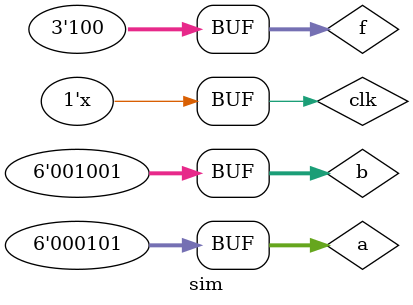
<source format=v>
`timescale 1ns / 1ps


module sim(
    );
    reg clk;
    reg [5:0]a,b;
    reg [2:0]f;
    wire [5:0]y;
    wire z;
    alu alu(a,b,f,y.z);
    initial begin
    clk = 0; 
    a = 6'b000101;
    b = 6'b001001;
    f = 3'b000;
    end
    always  #5 clk =~clk;
    initial begin
    #20 f=3'b001;
    #40 f=3'b010;
    #60 f=3'b011;
    #80 f=3'b100;
    end
    
endmodule

</source>
